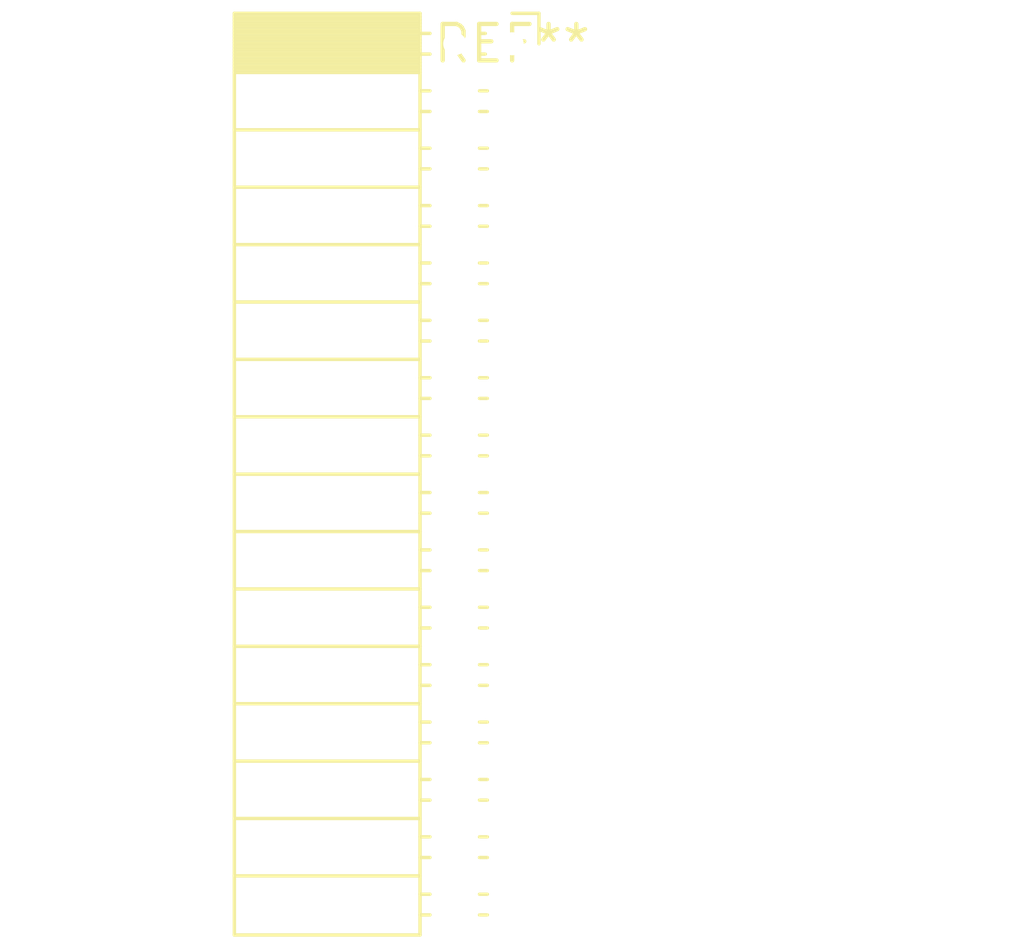
<source format=kicad_pcb>
(kicad_pcb (version 20240108) (generator pcbnew)
  (layers (0 "F.Cu" signal) (31 "B.Cu" signal) (34 "B.Paste" user) (35 "F.Paste" user) (36 "B.SilkS" user "B.Silkscreen") (37 "F.SilkS" user "F.Silkscreen") (38 "B.Mask" user) (39 "F.Mask" user) (44 "Edge.Cuts" user))
  (net 0 "")
  (footprint "PinSocket_2x16_P2.00mm_Horizontal" (layer "F.Cu") (at 0 0)
    (property "Reference" "REF**")
    (property "Value" "PinSocket_2x16_P2.00mm_Horizontal")
    (fp_line (start -9.68 -1.06) (end -9.68 31.06) (layer "F.SilkS") (stroke (width 0.12)))
    (fp_line (start -9.68 -1.06) (end -3.21 -1.06) (layer "F.SilkS") (stroke (width 0.12)))
    (fp_line (start -9.68 -0.94) (end -3.21 -0.94) (layer "F.SilkS") (stroke (width 0.12)))
    (fp_line (start -9.68 -0.825882) (end -3.21 -0.825882) (layer "F.SilkS") (stroke (width 0.12)))
    (fp_line (start -9.68 -0.711764) (end -3.21 -0.711764) (layer "F.SilkS") (stroke (width 0.12)))
    (fp_line (start -9.68 -0.597646) (end -3.21 -0.597646) (layer "F.SilkS") (stroke (width 0.12)))
    (fp_line (start -9.68 -0.483528) (end -3.21 -0.483528) (layer "F.SilkS") (stroke (width 0.12)))
    (fp_line (start -9.68 -0.36941) (end -3.21 -0.36941) (layer "F.SilkS") (stroke (width 0.12)))
    (fp_line (start -9.68 -0.255292) (end -3.21 -0.255292) (layer "F.SilkS") (stroke (width 0.12)))
    (fp_line (start -9.68 -0.141174) (end -3.21 -0.141174) (layer "F.SilkS") (stroke (width 0.12)))
    (fp_line (start -9.68 -0.027056) (end -3.21 -0.027056) (layer "F.SilkS") (stroke (width 0.12)))
    (fp_line (start -9.68 0.087062) (end -3.21 0.087062) (layer "F.SilkS") (stroke (width 0.12)))
    (fp_line (start -9.68 0.20118) (end -3.21 0.20118) (layer "F.SilkS") (stroke (width 0.12)))
    (fp_line (start -9.68 0.315298) (end -3.21 0.315298) (layer "F.SilkS") (stroke (width 0.12)))
    (fp_line (start -9.68 0.429416) (end -3.21 0.429416) (layer "F.SilkS") (stroke (width 0.12)))
    (fp_line (start -9.68 0.543534) (end -3.21 0.543534) (layer "F.SilkS") (stroke (width 0.12)))
    (fp_line (start -9.68 0.657652) (end -3.21 0.657652) (layer "F.SilkS") (stroke (width 0.12)))
    (fp_line (start -9.68 0.77177) (end -3.21 0.77177) (layer "F.SilkS") (stroke (width 0.12)))
    (fp_line (start -9.68 0.885888) (end -3.21 0.885888) (layer "F.SilkS") (stroke (width 0.12)))
    (fp_line (start -9.68 1) (end -3.21 1) (layer "F.SilkS") (stroke (width 0.12)))
    (fp_line (start -9.68 3) (end -3.21 3) (layer "F.SilkS") (stroke (width 0.12)))
    (fp_line (start -9.68 5) (end -3.21 5) (layer "F.SilkS") (stroke (width 0.12)))
    (fp_line (start -9.68 7) (end -3.21 7) (layer "F.SilkS") (stroke (width 0.12)))
    (fp_line (start -9.68 9) (end -3.21 9) (layer "F.SilkS") (stroke (width 0.12)))
    (fp_line (start -9.68 11) (end -3.21 11) (layer "F.SilkS") (stroke (width 0.12)))
    (fp_line (start -9.68 13) (end -3.21 13) (layer "F.SilkS") (stroke (width 0.12)))
    (fp_line (start -9.68 15) (end -3.21 15) (layer "F.SilkS") (stroke (width 0.12)))
    (fp_line (start -9.68 17) (end -3.21 17) (layer "F.SilkS") (stroke (width 0.12)))
    (fp_line (start -9.68 19) (end -3.21 19) (layer "F.SilkS") (stroke (width 0.12)))
    (fp_line (start -9.68 21) (end -3.21 21) (layer "F.SilkS") (stroke (width 0.12)))
    (fp_line (start -9.68 23) (end -3.21 23) (layer "F.SilkS") (stroke (width 0.12)))
    (fp_line (start -9.68 25) (end -3.21 25) (layer "F.SilkS") (stroke (width 0.12)))
    (fp_line (start -9.68 27) (end -3.21 27) (layer "F.SilkS") (stroke (width 0.12)))
    (fp_line (start -9.68 29) (end -3.21 29) (layer "F.SilkS") (stroke (width 0.12)))
    (fp_line (start -9.68 31.06) (end -3.21 31.06) (layer "F.SilkS") (stroke (width 0.12)))
    (fp_line (start -3.21 -1.06) (end -3.21 31.06) (layer "F.SilkS") (stroke (width 0.12)))
    (fp_line (start -3.21 -0.36) (end -2.862917 -0.36) (layer "F.SilkS") (stroke (width 0.12)))
    (fp_line (start -3.21 0.36) (end -2.862917 0.36) (layer "F.SilkS") (stroke (width 0.12)))
    (fp_line (start -3.21 1.64) (end -2.862917 1.64) (layer "F.SilkS") (stroke (width 0.12)))
    (fp_line (start -3.21 2.36) (end -2.862917 2.36) (layer "F.SilkS") (stroke (width 0.12)))
    (fp_line (start -3.21 3.64) (end -2.862917 3.64) (layer "F.SilkS") (stroke (width 0.12)))
    (fp_line (start -3.21 4.36) (end -2.862917 4.36) (layer "F.SilkS") (stroke (width 0.12)))
    (fp_line (start -3.21 5.64) (end -2.862917 5.64) (layer "F.SilkS") (stroke (width 0.12)))
    (fp_line (start -3.21 6.36) (end -2.862917 6.36) (layer "F.SilkS") (stroke (width 0.12)))
    (fp_line (start -3.21 7.64) (end -2.862917 7.64) (layer "F.SilkS") (stroke (width 0.12)))
    (fp_line (start -3.21 8.36) (end -2.862917 8.36) (layer "F.SilkS") (stroke (width 0.12)))
    (fp_line (start -3.21 9.64) (end -2.862917 9.64) (layer "F.SilkS") (stroke (width 0.12)))
    (fp_line (start -3.21 10.36) (end -2.862917 10.36) (layer "F.SilkS") (stroke (width 0.12)))
    (fp_line (start -3.21 11.64) (end -2.862917 11.64) (layer "F.SilkS") (stroke (width 0.12)))
    (fp_line (start -3.21 12.36) (end -2.862917 12.36) (layer "F.SilkS") (stroke (width 0.12)))
    (fp_line (start -3.21 13.64) (end -2.862917 13.64) (layer "F.SilkS") (stroke (width 0.12)))
    (fp_line (start -3.21 14.36) (end -2.862917 14.36) (layer "F.SilkS") (stroke (width 0.12)))
    (fp_line (start -3.21 15.64) (end -2.862917 15.64) (layer "F.SilkS") (stroke (width 0.12)))
    (fp_line (start -3.21 16.36) (end -2.862917 16.36) (layer "F.SilkS") (stroke (width 0.12)))
    (fp_line (start -3.21 17.64) (end -2.862917 17.64) (layer "F.SilkS") (stroke (width 0.12)))
    (fp_line (start -3.21 18.36) (end -2.862917 18.36) (layer "F.SilkS") (stroke (width 0.12)))
    (fp_line (start -3.21 19.64) (end -2.862917 19.64) (layer "F.SilkS") (stroke (width 0.12)))
    (fp_line (start -3.21 20.36) (end -2.862917 20.36) (layer "F.SilkS") (stroke (width 0.12)))
    (fp_line (start -3.21 21.64) (end -2.862917 21.64) (layer "F.SilkS") (stroke (width 0.12)))
    (fp_line (start -3.21 22.36) (end -2.862917 22.36) (layer "F.SilkS") (stroke (width 0.12)))
    (fp_line (start -3.21 23.64) (end -2.862917 23.64) (layer "F.SilkS") (stroke (width 0.12)))
    (fp_line (start -3.21 24.36) (end -2.862917 24.36) (layer "F.SilkS") (stroke (width 0.12)))
    (fp_line (start -3.21 25.64) (end -2.862917 25.64) (layer "F.SilkS") (stroke (width 0.12)))
    (fp_line (start -3.21 26.36) (end -2.862917 26.36) (layer "F.SilkS") (stroke (width 0.12)))
    (fp_line (start -3.21 27.64) (end -2.862917 27.64) (layer "F.SilkS") (stroke (width 0.12)))
    (fp_line (start -3.21 28.36) (end -2.862917 28.36) (layer "F.SilkS") (stroke (width 0.12)))
    (fp_line (start -3.21 29.64) (end -2.862917 29.64) (layer "F.SilkS") (stroke (width 0.12)))
    (fp_line (start -3.21 30.36) (end -2.862917 30.36) (layer "F.SilkS") (stroke (width 0.12)))
    (fp_line (start -1.137083 -0.36) (end -0.935 -0.36) (layer "F.SilkS") (stroke (width 0.12)))
    (fp_line (start -1.137083 0.36) (end -0.935 0.36) (layer "F.SilkS") (stroke (width 0.12)))
    (fp_line (start -1.137083 1.64) (end -0.862917 1.64) (layer "F.SilkS") (stroke (width 0.12)))
    (fp_line (start -1.137083 2.36) (end -0.862917 2.36) (layer "F.SilkS") (stroke (width 0.12)))
    (fp_line (start -1.137083 3.64) (end -0.862917 3.64) (layer "F.SilkS") (stroke (width 0.12)))
    (fp_line (start -1.137083 4.36) (end -0.862917 4.36) (layer "F.SilkS") (stroke (width 0.12)))
    (fp_line (start -1.137083 5.64) (end -0.862917 5.64) (layer "F.SilkS") (stroke (width 0.12)))
    (fp_line (start -1.137083 6.36) (end -0.862917 6.36) (layer "F.SilkS") (stroke (width 0.12)))
    (fp_line (start -1.137083 7.64) (end -0.862917 7.64) (layer "F.SilkS") (stroke (width 0.12)))
    (fp_line (start -1.137083 8.36) (end -0.862917 8.36) (layer "F.SilkS") (stroke (width 0.12)))
    (fp_line (start -1.137083 9.64) (end -0.862917 9.64) (layer "F.SilkS") (stroke (width 0.12)))
    (fp_line (start -1.137083 10.36) (end -0.862917 10.36) (layer "F.SilkS") (stroke (width 0.12)))
    (fp_line (start -1.137083 11.64) (end -0.862917 11.64) (layer "F.SilkS") (stroke (width 0.12)))
    (fp_line (start -1.137083 12.36) (end -0.862917 12.36) (layer "F.SilkS") (stroke (width 0.12)))
    (fp_line (start -1.137083 13.64) (end -0.862917 13.64) (layer "F.SilkS") (stroke (width 0.12)))
    (fp_line (start -1.137083 14.36) (end -0.862917 14.36) (layer "F.SilkS") (stroke (width 0.12)))
    (fp_line (start -1.137083 15.64) (end -0.862917 15.64) (layer "F.SilkS") (stroke (width 0.12)))
    (fp_line (start -1.137083 16.36) (end -0.862917 16.36) (layer "F.SilkS") (stroke (width 0.12)))
    (fp_line (start -1.137083 17.64) (end -0.862917 17.64) (layer "F.SilkS") (stroke (width 0.12)))
    (fp_line (start -1.137083 18.36) (end -0.862917 18.36) (layer "F.SilkS") (stroke (width 0.12)))
    (fp_line (start -1.137083 19.64) (end -0.862917 19.64) (layer "F.SilkS") (stroke (width 0.12)))
    (fp_line (start -1.137083 20.36) (end -0.862917 20.36) (layer "F.SilkS") (stroke (width 0.12)))
    (fp_line (start -1.137083 21.64) (end -0.862917 21.64) (layer "F.SilkS") (stroke (width 0.12)))
    (fp_line (start -1.137083 22.36) (end -0.862917 22.36) (layer "F.SilkS") (stroke (width 0.12)))
    (fp_line (start -1.137083 23.64) (end -0.862917 23.64) (layer "F.SilkS") (stroke (width 0.12)))
    (fp_line (start -1.137083 24.36) (end -0.862917 24.36) (layer "F.SilkS") (stroke (width 0.12)))
    (fp_line (start -1.137083 25.64) (end -0.862917 25.64) (layer "F.SilkS") (stroke (width 0.12)))
    (fp_line (start -1.137083 26.36) (end -0.862917 26.36) (layer "F.SilkS") (stroke (width 0.12)))
    (fp_line (start -1.137083 27.64) (end -0.862917 27.64) (layer "F.SilkS") (stroke (width 0.12)))
    (fp_line (start -1.137083 28.36) (end -0.862917 28.36) (layer "F.SilkS") (stroke (width 0.12)))
    (fp_line (start -1.137083 29.64) (end -0.862917 29.64) (layer "F.SilkS") (stroke (width 0.12)))
    (fp_line (start -1.137083 30.36) (end -0.862917 30.36) (layer "F.SilkS") (stroke (width 0.12)))
    (fp_line (start 0 -1.06) (end 0.935 -1.06) (layer "F.SilkS") (stroke (width 0.12)))
    (fp_line (start 0.935 -1.06) (end 0.935 0) (layer "F.SilkS") (stroke (width 0.12)))
    (pad "1" thru_hole rect (at 0 0) (size 1.35 1.35) (drill 0.8) (layers *.Cu *.Mask) (remove_unused_layers))
    (pad "2" thru_hole oval (at -2 0) (size 1.35 1.35) (drill 0.8) (layers *.Cu *.Mask) (remove_unused_layers))
    (pad "3" thru_hole oval (at 0 2) (size 1.35 1.35) (drill 0.8) (layers *.Cu *.Mask) (remove_unused_layers))
    (pad "4" thru_hole oval (at -2 2) (size 1.35 1.35) (drill 0.8) (layers *.Cu *.Mask) (remove_unused_layers))
    (pad "5" thru_hole oval (at 0 4) (size 1.35 1.35) (drill 0.8) (layers *.Cu *.Mask) (remove_unused_layers))
    (pad "6" thru_hole oval (at -2 4) (size 1.35 1.35) (drill 0.8) (layers *.Cu *.Mask) (remove_unused_layers))
    (pad "7" thru_hole oval (at 0 6) (size 1.35 1.35) (drill 0.8) (layers *.Cu *.Mask) (remove_unused_layers))
    (pad "8" thru_hole oval (at -2 6) (size 1.35 1.35) (drill 0.8) (layers *.Cu *.Mask) (remove_unused_layers))
    (pad "9" thru_hole oval (at 0 8) (size 1.35 1.35) (drill 0.8) (layers *.Cu *.Mask) (remove_unused_layers))
    (pad "10" thru_hole oval (at -2 8) (size 1.35 1.35) (drill 0.8) (layers *.Cu *.Mask) (remove_unused_layers))
    (pad "11" thru_hole oval (at 0 10) (size 1.35 1.35) (drill 0.8) (layers *.Cu *.Mask) (remove_unused_layers))
    (pad "12" thru_hole oval (at -2 10) (size 1.35 1.35) (drill 0.8) (layers *.Cu *.Mask) (remove_unused_layers))
    (pad "13" thru_hole oval (at 0 12) (size 1.35 1.35) (drill 0.8) (layers *.Cu *.Mask) (remove_unused_layers))
    (pad "14" thru_hole oval (at -2 12) (size 1.35 1.35) (drill 0.8) (layers *.Cu *.Mask) (remove_unused_layers))
    (pad "15" thru_hole oval (at 0 14) (size 1.35 1.35) (drill 0.8) (layers *.Cu *.Mask) (remove_unused_layers))
    (pad "16" thru_hole oval (at -2 14) (size 1.35 1.35) (drill 0.8) (layers *.Cu *.Mask) (remove_unused_layers))
    (pad "17" thru_hole oval (at 0 16) (size 1.35 1.35) (drill 0.8) (layers *.Cu *.Mask) (remove_unused_layers))
    (pad "18" thru_hole oval (at -2 16) (size 1.35 1.35) (drill 0.8) (layers *.Cu *.Mask) (remove_unused_layers))
    (pad "19" thru_hole oval (at 0 18) (size 1.35 1.35) (drill 0.8) (layers *.Cu *.Mask) (remove_unused_layers))
    (pad "20" thru_hole oval (at -2 18) (size 1.35 1.35) (drill 0.8) (layers *.Cu *.Mask) (remove_unused_layers))
    (pad "21" thru_hole oval (at 0 20) (size 1.35 1.35) (drill 0.8) (layers *.Cu *.Mask) (remove_unused_layers))
    (pad "22" thru_hole oval (at -2 20) (size 1.35 1.35) (drill 0.8) (layers *.Cu *.Mask) (remove_unused_layers))
    (pad "23" thru_hole oval (at 0 22) (size 1.35 1.35) (drill 0.8) (layers *.Cu *.Mask) (remove_unused_layers))
    (pad "24" thru_hole oval (at -2 22) (size 1.35 1.35) (drill 0.8) (layers *.Cu *.Mask) (remove_unused_layers))
    (pad "25" thru_hole oval (at 0 24) (size 1.35 1.35) (drill 0.8) (layers *.Cu *.Mask) (remove_unused_layers))
    (pad "26" thru_hole oval (at -2 24) (size 1.35 1.35) (drill 0.8) (layers *.Cu *.Mask) (remove_unused_layers))
    (pad "27" thru_hole oval (at 0 26) (size 1.35 1.35) (drill 0.8) (layers *.Cu *.Mask) (remove_unused_layers))
    (pad "28" thru_hole oval (at -2 26) (size 1.35 1.35) (drill 0.8) (layers *.Cu *.Mask) (remove_unused_layers))
    (pad "29" thru_hole oval (at 0 28) (size 1.35 1.35) (drill 0.8) (layers *.Cu *.Mask) (remove_unused_layers))
    (pad "30" thru_hole oval (at -2 28) (size 1.35 1.35) (drill 0.8) (layers *.Cu *.Mask) (remove_unused_layers))
    (pad "31" thru_hole oval (at 0 30) (size 1.35 1.35) (drill 0.8) (layers *.Cu *.Mask) (remove_unused_layers))
    (pad "32" thru_hole oval (at -2 30) (size 1.35 1.35) (drill 0.8) (layers *.Cu *.Mask) (remove_unused_layers))
  )
)
</source>
